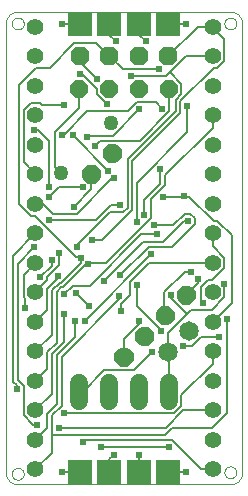
<source format=gtl>
G75*
G70*
%OFA0B0*%
%FSLAX24Y24*%
%IPPOS*%
%LPD*%
%AMOC8*
5,1,8,0,0,1.08239X$1,22.5*
%
%ADD10C,0.0000*%
%ADD11C,0.0560*%
%ADD12C,0.0600*%
%ADD13OC8,0.0594*%
%ADD14C,0.0500*%
%ADD15C,0.0650*%
%ADD16OC8,0.0630*%
%ADD17R,0.0787X0.0787*%
%ADD18C,0.0126*%
%ADD19C,0.0080*%
%ADD20C,0.0240*%
D10*
X000529Y001425D02*
X007615Y001425D01*
X007418Y001819D02*
X007420Y001846D01*
X007426Y001873D01*
X007435Y001899D01*
X007448Y001923D01*
X007464Y001946D01*
X007483Y001965D01*
X007505Y001982D01*
X007529Y001996D01*
X007554Y002006D01*
X007581Y002013D01*
X007608Y002016D01*
X007636Y002015D01*
X007663Y002010D01*
X007689Y002002D01*
X007713Y001990D01*
X007736Y001974D01*
X007757Y001956D01*
X007774Y001935D01*
X007789Y001911D01*
X007800Y001886D01*
X007808Y001860D01*
X007812Y001833D01*
X007812Y001805D01*
X007808Y001778D01*
X007800Y001752D01*
X007789Y001727D01*
X007774Y001703D01*
X007757Y001682D01*
X007736Y001664D01*
X007714Y001648D01*
X007689Y001636D01*
X007663Y001628D01*
X007636Y001623D01*
X007608Y001622D01*
X007581Y001625D01*
X007554Y001632D01*
X007529Y001642D01*
X007505Y001656D01*
X007483Y001673D01*
X007464Y001692D01*
X007448Y001715D01*
X007435Y001739D01*
X007426Y001765D01*
X007420Y001792D01*
X007418Y001819D01*
X007615Y001425D02*
X007654Y001427D01*
X007692Y001433D01*
X007729Y001442D01*
X007766Y001455D01*
X007801Y001472D01*
X007834Y001491D01*
X007865Y001514D01*
X007894Y001540D01*
X007920Y001569D01*
X007943Y001600D01*
X007962Y001633D01*
X007979Y001668D01*
X007992Y001705D01*
X008001Y001742D01*
X008007Y001780D01*
X008009Y001819D01*
X008009Y016780D01*
X007418Y016780D02*
X007420Y016807D01*
X007426Y016834D01*
X007435Y016860D01*
X007448Y016884D01*
X007464Y016907D01*
X007483Y016926D01*
X007505Y016943D01*
X007529Y016957D01*
X007554Y016967D01*
X007581Y016974D01*
X007608Y016977D01*
X007636Y016976D01*
X007663Y016971D01*
X007689Y016963D01*
X007713Y016951D01*
X007736Y016935D01*
X007757Y016917D01*
X007774Y016896D01*
X007789Y016872D01*
X007800Y016847D01*
X007808Y016821D01*
X007812Y016794D01*
X007812Y016766D01*
X007808Y016739D01*
X007800Y016713D01*
X007789Y016688D01*
X007774Y016664D01*
X007757Y016643D01*
X007736Y016625D01*
X007714Y016609D01*
X007689Y016597D01*
X007663Y016589D01*
X007636Y016584D01*
X007608Y016583D01*
X007581Y016586D01*
X007554Y016593D01*
X007529Y016603D01*
X007505Y016617D01*
X007483Y016634D01*
X007464Y016653D01*
X007448Y016676D01*
X007435Y016700D01*
X007426Y016726D01*
X007420Y016753D01*
X007418Y016780D01*
X007615Y017174D02*
X007654Y017172D01*
X007692Y017166D01*
X007729Y017157D01*
X007766Y017144D01*
X007801Y017127D01*
X007834Y017108D01*
X007865Y017085D01*
X007894Y017059D01*
X007920Y017030D01*
X007943Y016999D01*
X007962Y016966D01*
X007979Y016931D01*
X007992Y016894D01*
X008001Y016857D01*
X008007Y016819D01*
X008009Y016780D01*
X007615Y017173D02*
X000529Y017173D01*
X000332Y016780D02*
X000334Y016807D01*
X000340Y016834D01*
X000349Y016860D01*
X000362Y016884D01*
X000378Y016907D01*
X000397Y016926D01*
X000419Y016943D01*
X000443Y016957D01*
X000468Y016967D01*
X000495Y016974D01*
X000522Y016977D01*
X000550Y016976D01*
X000577Y016971D01*
X000603Y016963D01*
X000627Y016951D01*
X000650Y016935D01*
X000671Y016917D01*
X000688Y016896D01*
X000703Y016872D01*
X000714Y016847D01*
X000722Y016821D01*
X000726Y016794D01*
X000726Y016766D01*
X000722Y016739D01*
X000714Y016713D01*
X000703Y016688D01*
X000688Y016664D01*
X000671Y016643D01*
X000650Y016625D01*
X000628Y016609D01*
X000603Y016597D01*
X000577Y016589D01*
X000550Y016584D01*
X000522Y016583D01*
X000495Y016586D01*
X000468Y016593D01*
X000443Y016603D01*
X000419Y016617D01*
X000397Y016634D01*
X000378Y016653D01*
X000362Y016676D01*
X000349Y016700D01*
X000340Y016726D01*
X000334Y016753D01*
X000332Y016780D01*
X000135Y016780D02*
X000137Y016819D01*
X000143Y016857D01*
X000152Y016894D01*
X000165Y016931D01*
X000182Y016966D01*
X000201Y016999D01*
X000224Y017030D01*
X000250Y017059D01*
X000279Y017085D01*
X000310Y017108D01*
X000343Y017127D01*
X000378Y017144D01*
X000415Y017157D01*
X000452Y017166D01*
X000490Y017172D01*
X000529Y017174D01*
X000135Y016780D02*
X000135Y001819D01*
X000137Y001780D01*
X000143Y001742D01*
X000152Y001705D01*
X000165Y001668D01*
X000182Y001633D01*
X000201Y001600D01*
X000224Y001569D01*
X000250Y001540D01*
X000279Y001514D01*
X000310Y001491D01*
X000343Y001472D01*
X000378Y001455D01*
X000415Y001442D01*
X000452Y001433D01*
X000490Y001427D01*
X000529Y001425D01*
X000332Y001770D02*
X000334Y001797D01*
X000340Y001824D01*
X000349Y001850D01*
X000362Y001874D01*
X000378Y001897D01*
X000397Y001916D01*
X000419Y001933D01*
X000443Y001947D01*
X000468Y001957D01*
X000495Y001964D01*
X000522Y001967D01*
X000550Y001966D01*
X000577Y001961D01*
X000603Y001953D01*
X000627Y001941D01*
X000650Y001925D01*
X000671Y001907D01*
X000688Y001886D01*
X000703Y001862D01*
X000714Y001837D01*
X000722Y001811D01*
X000726Y001784D01*
X000726Y001756D01*
X000722Y001729D01*
X000714Y001703D01*
X000703Y001678D01*
X000688Y001654D01*
X000671Y001633D01*
X000650Y001615D01*
X000628Y001599D01*
X000603Y001587D01*
X000577Y001579D01*
X000550Y001574D01*
X000522Y001573D01*
X000495Y001576D01*
X000468Y001583D01*
X000443Y001593D01*
X000419Y001607D01*
X000397Y001624D01*
X000378Y001643D01*
X000362Y001666D01*
X000349Y001690D01*
X000340Y001716D01*
X000334Y001743D01*
X000332Y001770D01*
D11*
X001119Y001917D03*
X001119Y002902D03*
X001119Y003886D03*
X001119Y004870D03*
X001119Y005854D03*
X001119Y006839D03*
X001119Y007823D03*
X001119Y008807D03*
X001119Y009791D03*
X001119Y010776D03*
X001119Y011760D03*
X001119Y012744D03*
X001119Y013728D03*
X001119Y014713D03*
X001119Y015697D03*
X001119Y016681D03*
X007025Y016681D03*
X007025Y015697D03*
X007025Y014713D03*
X007025Y013728D03*
X007025Y012744D03*
X007025Y011760D03*
X007025Y010776D03*
X007025Y009791D03*
X007025Y008807D03*
X007025Y007823D03*
X007025Y006839D03*
X007025Y005854D03*
X007025Y004870D03*
X007025Y003886D03*
X007025Y002902D03*
X007025Y001917D03*
D12*
X005572Y004200D02*
X005572Y004800D01*
X004572Y004800D02*
X004572Y004200D01*
X003572Y004200D02*
X003572Y004800D01*
X002572Y004800D02*
X002572Y004200D01*
D13*
X002572Y014605D03*
X003572Y014605D03*
X004572Y014605D03*
X005572Y014605D03*
D14*
X003628Y013481D03*
X001957Y011811D03*
D15*
X005530Y005836D03*
X006237Y006543D03*
D16*
X005548Y015697D03*
X004564Y015697D03*
X003580Y015697D03*
X002596Y015697D03*
D17*
X002596Y016780D03*
X003580Y016780D03*
X004564Y016780D03*
X005548Y016780D03*
X005548Y001819D03*
X004564Y001819D03*
X003580Y001819D03*
X002596Y001819D03*
D18*
X003884Y005616D02*
X003821Y005553D01*
X003821Y005761D01*
X003968Y005908D01*
X004176Y005908D01*
X004323Y005761D01*
X004323Y005553D01*
X004176Y005406D01*
X003968Y005406D01*
X003821Y005553D01*
X003916Y005592D01*
X003916Y005722D01*
X004007Y005813D01*
X004137Y005813D01*
X004228Y005722D01*
X004228Y005592D01*
X004137Y005501D01*
X004007Y005501D01*
X003916Y005592D01*
X004010Y005631D01*
X004010Y005683D01*
X004046Y005719D01*
X004098Y005719D01*
X004134Y005683D01*
X004134Y005631D01*
X004098Y005595D01*
X004046Y005595D01*
X004010Y005631D01*
X004573Y006305D02*
X004510Y006242D01*
X004510Y006450D01*
X004657Y006597D01*
X004865Y006597D01*
X005012Y006450D01*
X005012Y006242D01*
X004865Y006095D01*
X004657Y006095D01*
X004510Y006242D01*
X004605Y006281D01*
X004605Y006411D01*
X004696Y006502D01*
X004826Y006502D01*
X004917Y006411D01*
X004917Y006281D01*
X004826Y006190D01*
X004696Y006190D01*
X004605Y006281D01*
X004699Y006320D01*
X004699Y006372D01*
X004735Y006408D01*
X004787Y006408D01*
X004823Y006372D01*
X004823Y006320D01*
X004787Y006284D01*
X004735Y006284D01*
X004699Y006320D01*
X005262Y006994D02*
X005199Y006931D01*
X005199Y007139D01*
X005346Y007286D01*
X005554Y007286D01*
X005701Y007139D01*
X005701Y006931D01*
X005554Y006784D01*
X005346Y006784D01*
X005199Y006931D01*
X005294Y006970D01*
X005294Y007100D01*
X005385Y007191D01*
X005515Y007191D01*
X005606Y007100D01*
X005606Y006970D01*
X005515Y006879D01*
X005385Y006879D01*
X005294Y006970D01*
X005388Y007009D01*
X005388Y007061D01*
X005424Y007097D01*
X005476Y007097D01*
X005512Y007061D01*
X005512Y007009D01*
X005476Y006973D01*
X005424Y006973D01*
X005388Y007009D01*
X005951Y007683D02*
X005888Y007620D01*
X005888Y007828D01*
X006035Y007975D01*
X006243Y007975D01*
X006390Y007828D01*
X006390Y007620D01*
X006243Y007473D01*
X006035Y007473D01*
X005888Y007620D01*
X005983Y007659D01*
X005983Y007789D01*
X006074Y007880D01*
X006204Y007880D01*
X006295Y007789D01*
X006295Y007659D01*
X006204Y007568D01*
X006074Y007568D01*
X005983Y007659D01*
X006077Y007698D01*
X006077Y007750D01*
X006113Y007786D01*
X006165Y007786D01*
X006201Y007750D01*
X006201Y007698D01*
X006165Y007662D01*
X006113Y007662D01*
X006077Y007698D01*
X003490Y012408D02*
X003427Y012345D01*
X003427Y012553D01*
X003574Y012700D01*
X003782Y012700D01*
X003929Y012553D01*
X003929Y012345D01*
X003782Y012198D01*
X003574Y012198D01*
X003427Y012345D01*
X003522Y012384D01*
X003522Y012514D01*
X003613Y012605D01*
X003743Y012605D01*
X003834Y012514D01*
X003834Y012384D01*
X003743Y012293D01*
X003613Y012293D01*
X003522Y012384D01*
X003616Y012423D01*
X003616Y012475D01*
X003652Y012511D01*
X003704Y012511D01*
X003740Y012475D01*
X003740Y012423D01*
X003704Y012387D01*
X003652Y012387D01*
X003616Y012423D01*
X002801Y011719D02*
X002738Y011656D01*
X002738Y011864D01*
X002885Y012011D01*
X003093Y012011D01*
X003240Y011864D01*
X003240Y011656D01*
X003093Y011509D01*
X002885Y011509D01*
X002738Y011656D01*
X002833Y011695D01*
X002833Y011825D01*
X002924Y011916D01*
X003054Y011916D01*
X003145Y011825D01*
X003145Y011695D01*
X003054Y011604D01*
X002924Y011604D01*
X002833Y011695D01*
X002927Y011734D01*
X002927Y011786D01*
X002963Y011822D01*
X003015Y011822D01*
X003051Y011786D01*
X003051Y011734D01*
X003015Y011698D01*
X002963Y011698D01*
X002927Y011734D01*
D19*
X002985Y011756D02*
X002989Y011760D01*
X002985Y011756D02*
X002985Y011252D01*
X002395Y010661D01*
X002489Y010425D02*
X001702Y010425D01*
X001355Y010772D01*
X001119Y010772D01*
X001119Y010776D01*
X001088Y010378D02*
X000962Y010378D01*
X000568Y010772D01*
X000568Y014717D01*
X001151Y015299D01*
X001592Y015299D01*
X002418Y016126D01*
X003135Y016126D01*
X003544Y015717D01*
X003580Y015697D01*
X004025Y015252D01*
X005229Y015252D01*
X005474Y015016D02*
X004292Y015016D01*
X004489Y014157D02*
X005127Y014157D01*
X005340Y013945D01*
X005576Y013850D02*
X004599Y012874D01*
X003285Y012874D01*
X003096Y012685D01*
X002836Y012984D02*
X002883Y013031D01*
X003694Y013031D01*
X004584Y013921D01*
X004489Y014157D02*
X004206Y013874D01*
X002851Y013874D01*
X002056Y013079D01*
X002009Y013079D01*
X001773Y013173D02*
X001773Y011992D01*
X001954Y011811D01*
X001957Y011811D01*
X001891Y011315D02*
X001568Y010992D01*
X001568Y011323D02*
X001568Y012850D01*
X001198Y013220D01*
X001072Y013220D01*
X000725Y013890D02*
X000725Y012157D01*
X001119Y011764D01*
X001119Y011760D01*
X001088Y010378D02*
X002474Y008992D01*
X002599Y008992D01*
X002639Y008976D01*
X002639Y008803D01*
X001977Y008142D01*
X001930Y008142D01*
X001670Y007882D01*
X001670Y006409D01*
X001119Y005858D01*
X001119Y005854D01*
X001513Y005819D02*
X001513Y005268D01*
X001119Y004874D01*
X001119Y004870D01*
X000741Y004693D02*
X000741Y004504D01*
X000725Y004488D01*
X000725Y003724D01*
X001040Y003409D01*
X001166Y003409D01*
X001119Y003886D02*
X001119Y003890D01*
X001670Y004441D01*
X001670Y005764D01*
X002080Y006173D01*
X002080Y007087D01*
X002442Y006874D02*
X002442Y006323D01*
X001844Y005724D01*
X001844Y004102D01*
X001513Y003772D01*
X001513Y003299D01*
X001119Y002906D01*
X001119Y002902D01*
X001670Y002472D02*
X001119Y001921D01*
X001119Y001917D01*
X001670Y002472D02*
X001670Y003055D01*
X005434Y003055D01*
X005678Y003299D01*
X006993Y003299D01*
X007497Y003803D01*
X007497Y006921D01*
X007025Y006843D02*
X007655Y007472D01*
X007655Y009717D01*
X007182Y010189D01*
X007056Y010189D01*
X006245Y011000D01*
X006072Y011000D01*
X006072Y011039D01*
X006072Y011000D02*
X005387Y011000D01*
X005442Y011386D02*
X004977Y010921D01*
X004977Y010299D01*
X003466Y008787D01*
X002914Y008787D01*
X002875Y008772D01*
X002820Y008772D01*
X002033Y007984D01*
X001985Y007984D01*
X001828Y007827D01*
X001828Y006134D01*
X001513Y005819D01*
X001119Y006839D02*
X001119Y006843D01*
X001513Y007236D01*
X001513Y007937D01*
X001883Y008307D01*
X001883Y008378D01*
X001907Y008732D02*
X001513Y008339D01*
X001513Y008220D01*
X001119Y007827D01*
X001119Y007823D01*
X001277Y008315D02*
X001670Y008709D01*
X001670Y008882D01*
X001907Y008732D02*
X001907Y009118D01*
X002363Y008031D02*
X002080Y007748D01*
X002363Y008031D02*
X002922Y008031D01*
X004639Y009748D01*
X005159Y009748D01*
X005072Y010063D02*
X005718Y010063D01*
X006096Y010441D01*
X006285Y010441D01*
X006426Y010299D01*
X006426Y010110D01*
X005655Y009339D01*
X004891Y009339D01*
X003938Y008386D01*
X003914Y007701D02*
X003914Y007583D01*
X002001Y005669D01*
X002001Y004047D01*
X001670Y003717D01*
X001670Y003055D01*
X001907Y003291D02*
X005458Y003291D01*
X006048Y003882D01*
X007025Y003882D01*
X007025Y003886D01*
X005985Y004386D02*
X007025Y005425D01*
X007025Y005854D01*
X007229Y006323D02*
X006639Y006323D01*
X006340Y006024D01*
X006048Y006024D01*
X005568Y005819D02*
X005530Y005836D01*
X005536Y005843D01*
X005552Y005858D01*
X005552Y006480D01*
X006162Y007091D01*
X005631Y007622D01*
X005631Y007724D01*
X005395Y007819D02*
X005395Y007094D01*
X005450Y007039D01*
X005450Y007035D01*
X005316Y006567D02*
X004505Y007378D01*
X004505Y008071D01*
X004269Y008165D02*
X004269Y007724D01*
X003962Y007417D01*
X003962Y007205D01*
X004568Y006756D02*
X004072Y006260D01*
X004072Y005657D01*
X004411Y005228D02*
X005009Y005827D01*
X005316Y006528D02*
X005316Y006567D01*
X005568Y005819D02*
X005568Y004504D01*
X005572Y004500D01*
X005985Y004031D02*
X005741Y003787D01*
X002072Y003787D01*
X002572Y004500D02*
X002576Y004504D01*
X002694Y004504D01*
X003418Y005228D01*
X004411Y005228D01*
X004568Y006756D02*
X004568Y006858D01*
X004269Y008165D02*
X004907Y008803D01*
X007025Y008803D01*
X007025Y008807D01*
X007418Y008646D02*
X006993Y008220D01*
X006867Y008220D01*
X006631Y007984D01*
X006631Y007551D01*
X006710Y007472D01*
X006143Y007724D02*
X006544Y008126D01*
X006544Y008268D01*
X006300Y008512D02*
X006088Y008512D01*
X005395Y007819D01*
X004985Y009102D02*
X002757Y006874D01*
X002899Y007354D02*
X002458Y007795D01*
X002521Y009331D02*
X002521Y009409D01*
X003599Y010488D01*
X004048Y010488D01*
X004190Y010630D01*
X004190Y012252D01*
X005788Y013850D01*
X005788Y014244D01*
X005985Y014441D01*
X005985Y014780D01*
X005611Y015154D01*
X006151Y015693D01*
X007025Y015693D01*
X007025Y015697D01*
X007056Y015299D02*
X007182Y015299D01*
X007418Y015535D01*
X007418Y016260D01*
X007040Y016638D01*
X007025Y016681D01*
X007025Y016677D01*
X006529Y016677D01*
X005548Y015697D01*
X005611Y015154D02*
X005474Y015016D01*
X005572Y014605D02*
X005576Y014598D01*
X005576Y013850D01*
X005946Y013795D02*
X005946Y014189D01*
X007056Y015299D01*
X007025Y013728D02*
X007025Y013299D01*
X005442Y011717D01*
X005442Y011386D01*
X005285Y011441D02*
X005285Y011921D01*
X005285Y011441D02*
X004741Y010898D01*
X004741Y010394D01*
X004505Y010157D02*
X004505Y011472D01*
X006182Y013150D01*
X006182Y014039D01*
X005946Y013795D02*
X004348Y012197D01*
X004348Y010575D01*
X003340Y009567D01*
X003009Y009567D01*
X003127Y010228D02*
X003623Y010724D01*
X003954Y010724D01*
X003733Y011622D02*
X003686Y011622D01*
X002489Y010425D01*
X002718Y011315D02*
X001891Y011315D01*
X001568Y010228D02*
X003127Y010228D01*
X003544Y011874D02*
X002363Y013055D01*
X001773Y013173D02*
X002568Y013969D01*
X002568Y014598D01*
X002572Y014605D01*
X002592Y015094D02*
X002662Y015094D01*
X003159Y014598D01*
X003159Y014441D01*
X003489Y014110D01*
X003159Y014929D02*
X002599Y015488D01*
X002599Y015693D01*
X002596Y015697D01*
X002596Y016780D02*
X002009Y016780D01*
X002080Y014071D02*
X001332Y014071D01*
X001277Y014126D01*
X000962Y014126D01*
X000725Y013890D01*
X001119Y009791D02*
X001119Y009787D01*
X000379Y009047D01*
X000379Y004843D01*
X000505Y004717D01*
X000505Y004598D01*
X000741Y004693D02*
X000536Y004898D01*
X000536Y008780D01*
X001072Y009315D01*
X001119Y008807D02*
X001119Y008803D01*
X000725Y008409D01*
X000725Y007661D01*
X000773Y007614D01*
X000773Y007283D01*
X002788Y002898D02*
X002710Y002819D01*
X002788Y002898D02*
X005670Y002898D01*
X006647Y001921D01*
X007025Y001921D01*
X007025Y001917D01*
X006135Y001819D02*
X005548Y001819D01*
X005576Y002661D02*
X003316Y002661D01*
X003584Y002268D02*
X003725Y002409D01*
X003584Y002268D02*
X003584Y001819D01*
X003580Y001819D01*
X004564Y001819D02*
X004568Y001819D01*
X004568Y002409D01*
X005985Y004031D02*
X005985Y004386D01*
X007025Y006839D02*
X007025Y006843D01*
X006993Y007236D02*
X006308Y007236D01*
X006162Y007091D01*
X006143Y007724D02*
X006139Y007724D01*
X005363Y009496D02*
X004718Y009496D01*
X003418Y008197D01*
X005363Y009496D02*
X006072Y010205D01*
X006190Y010205D01*
X007025Y009791D02*
X007025Y009362D01*
X007418Y008969D01*
X007418Y008646D01*
X007418Y008094D02*
X007418Y007661D01*
X006993Y007236D01*
X004788Y016189D02*
X004568Y016409D01*
X004568Y016780D01*
X004564Y016780D01*
X003804Y016189D02*
X003584Y016409D01*
X003584Y016780D01*
X003580Y016780D01*
X005548Y016780D02*
X006135Y016780D01*
X002596Y001819D02*
X002009Y001819D01*
D20*
X002009Y001819D03*
X001907Y003291D03*
X002072Y003787D03*
X002710Y002819D03*
X003316Y002661D03*
X003725Y002409D03*
X004568Y002409D03*
X005576Y002661D03*
X006135Y001819D03*
X005009Y005827D03*
X005316Y006528D03*
X005631Y007724D03*
X006300Y008512D03*
X006544Y008268D03*
X006710Y007472D03*
X007229Y006323D03*
X007497Y006921D03*
X007418Y008094D03*
X006190Y010205D03*
X006072Y011039D03*
X005387Y011000D03*
X005285Y011921D03*
X004741Y010394D03*
X004505Y010157D03*
X003954Y010724D03*
X003733Y011622D03*
X003544Y011874D03*
X003096Y012685D03*
X002836Y012984D03*
X002363Y013055D03*
X002009Y013079D03*
X002080Y014071D03*
X002592Y015094D03*
X003159Y014929D03*
X003489Y014110D03*
X004292Y015016D03*
X004584Y013921D03*
X005229Y015252D03*
X004788Y016189D03*
X003804Y016189D03*
X005340Y013945D03*
X006182Y014039D03*
X006135Y016780D03*
X005072Y010063D03*
X005159Y009748D03*
X004985Y009102D03*
X004505Y008071D03*
X003962Y007205D03*
X003914Y007701D03*
X003938Y008386D03*
X003418Y008197D03*
X002875Y008772D03*
X002639Y008976D03*
X002521Y009331D03*
X003009Y009567D03*
X002395Y010661D03*
X002718Y011315D03*
X001907Y009118D03*
X001670Y008882D03*
X001883Y008378D03*
X002080Y007748D03*
X002458Y007795D03*
X002080Y007087D03*
X002442Y006874D03*
X002757Y006874D03*
X002899Y007354D03*
X001568Y010228D03*
X001568Y010992D03*
X001568Y011323D03*
X001072Y013220D03*
X002009Y016780D03*
X001072Y009315D03*
X001277Y008315D03*
X000773Y007283D03*
X000505Y004598D03*
X001166Y003409D03*
X004568Y006858D03*
X006048Y006024D03*
M02*

</source>
